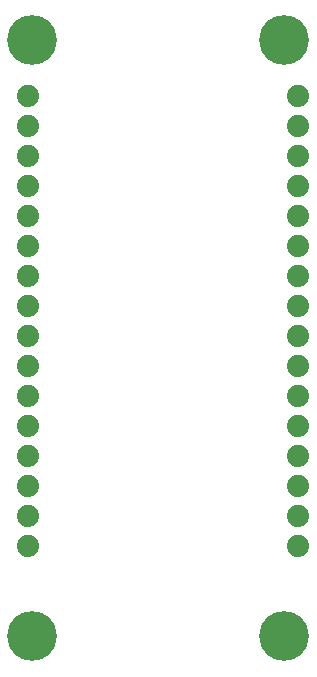
<source format=gbr>
G04 EAGLE Gerber RS-274X export*
G75*
%MOMM*%
%FSLAX34Y34*%
%LPD*%
%INSoldermask Bottom*%
%IPPOS*%
%AMOC8*
5,1,8,0,0,1.08239X$1,22.5*%
G01*
%ADD10C,4.219200*%
%ADD11C,1.879600*%


D10*
X29210Y38100D03*
X242570Y38100D03*
X242570Y542290D03*
X29210Y542290D03*
D11*
X254000Y495300D03*
X254000Y469900D03*
X254000Y444500D03*
X254000Y419100D03*
X254000Y393700D03*
X254000Y368300D03*
X254000Y342900D03*
X254000Y317500D03*
X254000Y292100D03*
X254000Y266700D03*
X254000Y241300D03*
X254000Y215900D03*
X254000Y190500D03*
X254000Y165100D03*
X254000Y139700D03*
X254000Y114300D03*
X25400Y495300D03*
X25400Y469900D03*
X25400Y444500D03*
X25400Y419100D03*
X25400Y393700D03*
X25400Y368300D03*
X25400Y342900D03*
X25400Y317500D03*
X25400Y292100D03*
X25400Y266700D03*
X25400Y241300D03*
X25400Y215900D03*
X25400Y190500D03*
X25400Y165100D03*
X25400Y139700D03*
X25400Y114300D03*
M02*

</source>
